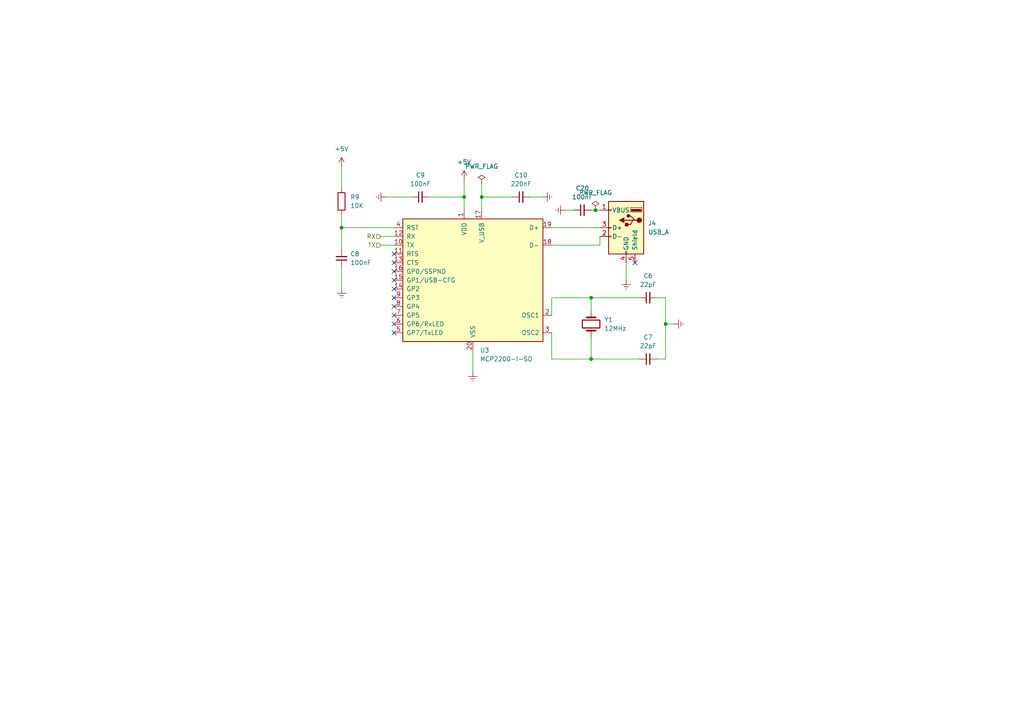
<source format=kicad_sch>
(kicad_sch (version 20211123) (generator eeschema)

  (uuid d5a9e2de-7c9d-46a0-af88-a4e4d7c48628)

  (paper "A4")

  (lib_symbols
    (symbol "Connector:USB_A" (pin_names (offset 1.016)) (in_bom yes) (on_board yes)
      (property "Reference" "J" (id 0) (at -5.08 11.43 0)
        (effects (font (size 1.27 1.27)) (justify left))
      )
      (property "Value" "USB_A" (id 1) (at -5.08 8.89 0)
        (effects (font (size 1.27 1.27)) (justify left))
      )
      (property "Footprint" "" (id 2) (at 3.81 -1.27 0)
        (effects (font (size 1.27 1.27)) hide)
      )
      (property "Datasheet" " ~" (id 3) (at 3.81 -1.27 0)
        (effects (font (size 1.27 1.27)) hide)
      )
      (property "ki_keywords" "connector USB" (id 4) (at 0 0 0)
        (effects (font (size 1.27 1.27)) hide)
      )
      (property "ki_description" "USB Type A connector" (id 5) (at 0 0 0)
        (effects (font (size 1.27 1.27)) hide)
      )
      (property "ki_fp_filters" "USB*" (id 6) (at 0 0 0)
        (effects (font (size 1.27 1.27)) hide)
      )
      (symbol "USB_A_0_1"
        (rectangle (start -5.08 -7.62) (end 5.08 7.62)
          (stroke (width 0.254) (type default) (color 0 0 0 0))
          (fill (type background))
        )
        (circle (center -3.81 2.159) (radius 0.635)
          (stroke (width 0.254) (type default) (color 0 0 0 0))
          (fill (type outline))
        )
        (rectangle (start -1.524 4.826) (end -4.318 5.334)
          (stroke (width 0) (type default) (color 0 0 0 0))
          (fill (type outline))
        )
        (rectangle (start -1.27 4.572) (end -4.572 5.842)
          (stroke (width 0) (type default) (color 0 0 0 0))
          (fill (type none))
        )
        (circle (center -0.635 3.429) (radius 0.381)
          (stroke (width 0.254) (type default) (color 0 0 0 0))
          (fill (type outline))
        )
        (rectangle (start -0.127 -7.62) (end 0.127 -6.858)
          (stroke (width 0) (type default) (color 0 0 0 0))
          (fill (type none))
        )
        (polyline
          (pts
            (xy -3.175 2.159)
            (xy -2.54 2.159)
            (xy -1.27 3.429)
            (xy -0.635 3.429)
          )
          (stroke (width 0.254) (type default) (color 0 0 0 0))
          (fill (type none))
        )
        (polyline
          (pts
            (xy -2.54 2.159)
            (xy -1.905 2.159)
            (xy -1.27 0.889)
            (xy 0 0.889)
          )
          (stroke (width 0.254) (type default) (color 0 0 0 0))
          (fill (type none))
        )
        (polyline
          (pts
            (xy 0.635 2.794)
            (xy 0.635 1.524)
            (xy 1.905 2.159)
            (xy 0.635 2.794)
          )
          (stroke (width 0.254) (type default) (color 0 0 0 0))
          (fill (type outline))
        )
        (rectangle (start 0.254 1.27) (end -0.508 0.508)
          (stroke (width 0.254) (type default) (color 0 0 0 0))
          (fill (type outline))
        )
        (rectangle (start 5.08 -2.667) (end 4.318 -2.413)
          (stroke (width 0) (type default) (color 0 0 0 0))
          (fill (type none))
        )
        (rectangle (start 5.08 -0.127) (end 4.318 0.127)
          (stroke (width 0) (type default) (color 0 0 0 0))
          (fill (type none))
        )
        (rectangle (start 5.08 4.953) (end 4.318 5.207)
          (stroke (width 0) (type default) (color 0 0 0 0))
          (fill (type none))
        )
      )
      (symbol "USB_A_1_1"
        (polyline
          (pts
            (xy -1.905 2.159)
            (xy 0.635 2.159)
          )
          (stroke (width 0.254) (type default) (color 0 0 0 0))
          (fill (type none))
        )
        (pin power_in line (at 7.62 5.08 180) (length 2.54)
          (name "VBUS" (effects (font (size 1.27 1.27))))
          (number "1" (effects (font (size 1.27 1.27))))
        )
        (pin bidirectional line (at 7.62 -2.54 180) (length 2.54)
          (name "D-" (effects (font (size 1.27 1.27))))
          (number "2" (effects (font (size 1.27 1.27))))
        )
        (pin bidirectional line (at 7.62 0 180) (length 2.54)
          (name "D+" (effects (font (size 1.27 1.27))))
          (number "3" (effects (font (size 1.27 1.27))))
        )
        (pin power_in line (at 0 -10.16 90) (length 2.54)
          (name "GND" (effects (font (size 1.27 1.27))))
          (number "4" (effects (font (size 1.27 1.27))))
        )
        (pin passive line (at -2.54 -10.16 90) (length 2.54)
          (name "Shield" (effects (font (size 1.27 1.27))))
          (number "5" (effects (font (size 1.27 1.27))))
        )
      )
    )
    (symbol "Device:C_Small" (pin_numbers hide) (pin_names (offset 0.254) hide) (in_bom yes) (on_board yes)
      (property "Reference" "C" (id 0) (at 0.254 1.778 0)
        (effects (font (size 1.27 1.27)) (justify left))
      )
      (property "Value" "C_Small" (id 1) (at 0.254 -2.032 0)
        (effects (font (size 1.27 1.27)) (justify left))
      )
      (property "Footprint" "" (id 2) (at 0 0 0)
        (effects (font (size 1.27 1.27)) hide)
      )
      (property "Datasheet" "~" (id 3) (at 0 0 0)
        (effects (font (size 1.27 1.27)) hide)
      )
      (property "ki_keywords" "capacitor cap" (id 4) (at 0 0 0)
        (effects (font (size 1.27 1.27)) hide)
      )
      (property "ki_description" "Unpolarized capacitor, small symbol" (id 5) (at 0 0 0)
        (effects (font (size 1.27 1.27)) hide)
      )
      (property "ki_fp_filters" "C_*" (id 6) (at 0 0 0)
        (effects (font (size 1.27 1.27)) hide)
      )
      (symbol "C_Small_0_1"
        (polyline
          (pts
            (xy -1.524 -0.508)
            (xy 1.524 -0.508)
          )
          (stroke (width 0.3302) (type default) (color 0 0 0 0))
          (fill (type none))
        )
        (polyline
          (pts
            (xy -1.524 0.508)
            (xy 1.524 0.508)
          )
          (stroke (width 0.3048) (type default) (color 0 0 0 0))
          (fill (type none))
        )
      )
      (symbol "C_Small_1_1"
        (pin passive line (at 0 2.54 270) (length 2.032)
          (name "~" (effects (font (size 1.27 1.27))))
          (number "1" (effects (font (size 1.27 1.27))))
        )
        (pin passive line (at 0 -2.54 90) (length 2.032)
          (name "~" (effects (font (size 1.27 1.27))))
          (number "2" (effects (font (size 1.27 1.27))))
        )
      )
    )
    (symbol "Device:Crystal" (pin_numbers hide) (pin_names (offset 1.016) hide) (in_bom yes) (on_board yes)
      (property "Reference" "Y" (id 0) (at 0 3.81 0)
        (effects (font (size 1.27 1.27)))
      )
      (property "Value" "Crystal" (id 1) (at 0 -3.81 0)
        (effects (font (size 1.27 1.27)))
      )
      (property "Footprint" "" (id 2) (at 0 0 0)
        (effects (font (size 1.27 1.27)) hide)
      )
      (property "Datasheet" "~" (id 3) (at 0 0 0)
        (effects (font (size 1.27 1.27)) hide)
      )
      (property "ki_keywords" "quartz ceramic resonator oscillator" (id 4) (at 0 0 0)
        (effects (font (size 1.27 1.27)) hide)
      )
      (property "ki_description" "Two pin crystal" (id 5) (at 0 0 0)
        (effects (font (size 1.27 1.27)) hide)
      )
      (property "ki_fp_filters" "Crystal*" (id 6) (at 0 0 0)
        (effects (font (size 1.27 1.27)) hide)
      )
      (symbol "Crystal_0_1"
        (rectangle (start -1.143 2.54) (end 1.143 -2.54)
          (stroke (width 0.3048) (type default) (color 0 0 0 0))
          (fill (type none))
        )
        (polyline
          (pts
            (xy -2.54 0)
            (xy -1.905 0)
          )
          (stroke (width 0) (type default) (color 0 0 0 0))
          (fill (type none))
        )
        (polyline
          (pts
            (xy -1.905 -1.27)
            (xy -1.905 1.27)
          )
          (stroke (width 0.508) (type default) (color 0 0 0 0))
          (fill (type none))
        )
        (polyline
          (pts
            (xy 1.905 -1.27)
            (xy 1.905 1.27)
          )
          (stroke (width 0.508) (type default) (color 0 0 0 0))
          (fill (type none))
        )
        (polyline
          (pts
            (xy 2.54 0)
            (xy 1.905 0)
          )
          (stroke (width 0) (type default) (color 0 0 0 0))
          (fill (type none))
        )
      )
      (symbol "Crystal_1_1"
        (pin passive line (at -3.81 0 0) (length 1.27)
          (name "1" (effects (font (size 1.27 1.27))))
          (number "1" (effects (font (size 1.27 1.27))))
        )
        (pin passive line (at 3.81 0 180) (length 1.27)
          (name "2" (effects (font (size 1.27 1.27))))
          (number "2" (effects (font (size 1.27 1.27))))
        )
      )
    )
    (symbol "Device:R" (pin_numbers hide) (pin_names (offset 0)) (in_bom yes) (on_board yes)
      (property "Reference" "R" (id 0) (at 2.032 0 90)
        (effects (font (size 1.27 1.27)))
      )
      (property "Value" "R" (id 1) (at 0 0 90)
        (effects (font (size 1.27 1.27)))
      )
      (property "Footprint" "" (id 2) (at -1.778 0 90)
        (effects (font (size 1.27 1.27)) hide)
      )
      (property "Datasheet" "~" (id 3) (at 0 0 0)
        (effects (font (size 1.27 1.27)) hide)
      )
      (property "ki_keywords" "R res resistor" (id 4) (at 0 0 0)
        (effects (font (size 1.27 1.27)) hide)
      )
      (property "ki_description" "Resistor" (id 5) (at 0 0 0)
        (effects (font (size 1.27 1.27)) hide)
      )
      (property "ki_fp_filters" "R_*" (id 6) (at 0 0 0)
        (effects (font (size 1.27 1.27)) hide)
      )
      (symbol "R_0_1"
        (rectangle (start -1.016 -2.54) (end 1.016 2.54)
          (stroke (width 0.254) (type default) (color 0 0 0 0))
          (fill (type none))
        )
      )
      (symbol "R_1_1"
        (pin passive line (at 0 3.81 270) (length 1.27)
          (name "~" (effects (font (size 1.27 1.27))))
          (number "1" (effects (font (size 1.27 1.27))))
        )
        (pin passive line (at 0 -3.81 90) (length 1.27)
          (name "~" (effects (font (size 1.27 1.27))))
          (number "2" (effects (font (size 1.27 1.27))))
        )
      )
    )
    (symbol "Interface_USB:MCP2200-I-SO" (pin_names (offset 1.016)) (in_bom yes) (on_board yes)
      (property "Reference" "U" (id 0) (at -20.32 -19.05 0)
        (effects (font (size 1.27 1.27)) (justify left))
      )
      (property "Value" "MCP2200-I-SO" (id 1) (at -20.32 19.05 0)
        (effects (font (size 1.27 1.27)) (justify left))
      )
      (property "Footprint" "Package_SO:SOIC-20W_7.5x12.8mm_P1.27mm" (id 2) (at 0 -29.21 0)
        (effects (font (size 1.27 1.27)) hide)
      )
      (property "Datasheet" "http://ww1.microchip.com/downloads/en/DeviceDoc/200022228D.pdf" (id 3) (at 0 -25.4 0)
        (effects (font (size 1.27 1.27)) hide)
      )
      (property "ki_keywords" "USB UART Converter" (id 4) (at 0 0 0)
        (effects (font (size 1.27 1.27)) hide)
      )
      (property "ki_description" "USB 2.0 to UART Protocol Converter with GPIO, SOIC-20" (id 5) (at 0 0 0)
        (effects (font (size 1.27 1.27)) hide)
      )
      (property "ki_fp_filters" "SOIC*20*7.5x12.8mm*P1.27mm*" (id 6) (at 0 0 0)
        (effects (font (size 1.27 1.27)) hide)
      )
      (symbol "MCP2200-I-SO_0_1"
        (rectangle (start -20.32 17.78) (end 20.32 -17.78)
          (stroke (width 0.254) (type default) (color 0 0 0 0))
          (fill (type background))
        )
      )
      (symbol "MCP2200-I-SO_1_1"
        (pin power_in line (at -2.54 20.32 270) (length 2.54)
          (name "VDD" (effects (font (size 1.27 1.27))))
          (number "1" (effects (font (size 1.27 1.27))))
        )
        (pin output line (at -22.86 10.16 0) (length 2.54)
          (name "TX" (effects (font (size 1.27 1.27))))
          (number "10" (effects (font (size 1.27 1.27))))
        )
        (pin output line (at -22.86 7.62 0) (length 2.54)
          (name "RTS" (effects (font (size 1.27 1.27))))
          (number "11" (effects (font (size 1.27 1.27))))
        )
        (pin input line (at -22.86 12.7 0) (length 2.54)
          (name "RX" (effects (font (size 1.27 1.27))))
          (number "12" (effects (font (size 1.27 1.27))))
        )
        (pin input line (at -22.86 5.08 0) (length 2.54)
          (name "CTS" (effects (font (size 1.27 1.27))))
          (number "13" (effects (font (size 1.27 1.27))))
        )
        (pin bidirectional line (at -22.86 -2.54 0) (length 2.54)
          (name "GP2" (effects (font (size 1.27 1.27))))
          (number "14" (effects (font (size 1.27 1.27))))
        )
        (pin bidirectional line (at -22.86 0 0) (length 2.54)
          (name "GP1/USB-CFG" (effects (font (size 1.27 1.27))))
          (number "15" (effects (font (size 1.27 1.27))))
        )
        (pin bidirectional line (at -22.86 2.54 0) (length 2.54)
          (name "GP0/SSPND" (effects (font (size 1.27 1.27))))
          (number "16" (effects (font (size 1.27 1.27))))
        )
        (pin power_in line (at 2.54 20.32 270) (length 2.54)
          (name "V_USB" (effects (font (size 1.27 1.27))))
          (number "17" (effects (font (size 1.27 1.27))))
        )
        (pin bidirectional line (at 22.86 10.16 180) (length 2.54)
          (name "D-" (effects (font (size 1.27 1.27))))
          (number "18" (effects (font (size 1.27 1.27))))
        )
        (pin bidirectional line (at 22.86 15.24 180) (length 2.54)
          (name "D+" (effects (font (size 1.27 1.27))))
          (number "19" (effects (font (size 1.27 1.27))))
        )
        (pin input line (at 22.86 -10.16 180) (length 2.54)
          (name "OSC1" (effects (font (size 1.27 1.27))))
          (number "2" (effects (font (size 1.27 1.27))))
        )
        (pin power_in line (at 0 -20.32 90) (length 2.54)
          (name "VSS" (effects (font (size 1.27 1.27))))
          (number "20" (effects (font (size 1.27 1.27))))
        )
        (pin output line (at 22.86 -15.24 180) (length 2.54)
          (name "OSC2" (effects (font (size 1.27 1.27))))
          (number "3" (effects (font (size 1.27 1.27))))
        )
        (pin input line (at -22.86 15.24 0) (length 2.54)
          (name "RST" (effects (font (size 1.27 1.27))))
          (number "4" (effects (font (size 1.27 1.27))))
        )
        (pin bidirectional line (at -22.86 -15.24 0) (length 2.54)
          (name "GP7/TxLED" (effects (font (size 1.27 1.27))))
          (number "5" (effects (font (size 1.27 1.27))))
        )
        (pin bidirectional line (at -22.86 -12.7 0) (length 2.54)
          (name "GP6/RxLED" (effects (font (size 1.27 1.27))))
          (number "6" (effects (font (size 1.27 1.27))))
        )
        (pin bidirectional line (at -22.86 -10.16 0) (length 2.54)
          (name "GP5" (effects (font (size 1.27 1.27))))
          (number "7" (effects (font (size 1.27 1.27))))
        )
        (pin bidirectional line (at -22.86 -7.62 0) (length 2.54)
          (name "GP4" (effects (font (size 1.27 1.27))))
          (number "8" (effects (font (size 1.27 1.27))))
        )
        (pin bidirectional line (at -22.86 -5.08 0) (length 2.54)
          (name "GP3" (effects (font (size 1.27 1.27))))
          (number "9" (effects (font (size 1.27 1.27))))
        )
      )
    )
    (symbol "power:+5V" (power) (pin_names (offset 0)) (in_bom yes) (on_board yes)
      (property "Reference" "#PWR" (id 0) (at 0 -3.81 0)
        (effects (font (size 1.27 1.27)) hide)
      )
      (property "Value" "+5V" (id 1) (at 0 3.556 0)
        (effects (font (size 1.27 1.27)))
      )
      (property "Footprint" "" (id 2) (at 0 0 0)
        (effects (font (size 1.27 1.27)) hide)
      )
      (property "Datasheet" "" (id 3) (at 0 0 0)
        (effects (font (size 1.27 1.27)) hide)
      )
      (property "ki_keywords" "power-flag" (id 4) (at 0 0 0)
        (effects (font (size 1.27 1.27)) hide)
      )
      (property "ki_description" "Power symbol creates a global label with name \"+5V\"" (id 5) (at 0 0 0)
        (effects (font (size 1.27 1.27)) hide)
      )
      (symbol "+5V_0_1"
        (polyline
          (pts
            (xy -0.762 1.27)
            (xy 0 2.54)
          )
          (stroke (width 0) (type default) (color 0 0 0 0))
          (fill (type none))
        )
        (polyline
          (pts
            (xy 0 0)
            (xy 0 2.54)
          )
          (stroke (width 0) (type default) (color 0 0 0 0))
          (fill (type none))
        )
        (polyline
          (pts
            (xy 0 2.54)
            (xy 0.762 1.27)
          )
          (stroke (width 0) (type default) (color 0 0 0 0))
          (fill (type none))
        )
      )
      (symbol "+5V_1_1"
        (pin power_in line (at 0 0 90) (length 0) hide
          (name "+5V" (effects (font (size 1.27 1.27))))
          (number "1" (effects (font (size 1.27 1.27))))
        )
      )
    )
    (symbol "power:Earth" (power) (pin_names (offset 0)) (in_bom yes) (on_board yes)
      (property "Reference" "#PWR" (id 0) (at 0 -6.35 0)
        (effects (font (size 1.27 1.27)) hide)
      )
      (property "Value" "Earth" (id 1) (at 0 -3.81 0)
        (effects (font (size 1.27 1.27)) hide)
      )
      (property "Footprint" "" (id 2) (at 0 0 0)
        (effects (font (size 1.27 1.27)) hide)
      )
      (property "Datasheet" "~" (id 3) (at 0 0 0)
        (effects (font (size 1.27 1.27)) hide)
      )
      (property "ki_keywords" "power-flag ground gnd" (id 4) (at 0 0 0)
        (effects (font (size 1.27 1.27)) hide)
      )
      (property "ki_description" "Power symbol creates a global label with name \"Earth\"" (id 5) (at 0 0 0)
        (effects (font (size 1.27 1.27)) hide)
      )
      (symbol "Earth_0_1"
        (polyline
          (pts
            (xy -0.635 -1.905)
            (xy 0.635 -1.905)
          )
          (stroke (width 0) (type default) (color 0 0 0 0))
          (fill (type none))
        )
        (polyline
          (pts
            (xy -0.127 -2.54)
            (xy 0.127 -2.54)
          )
          (stroke (width 0) (type default) (color 0 0 0 0))
          (fill (type none))
        )
        (polyline
          (pts
            (xy 0 -1.27)
            (xy 0 0)
          )
          (stroke (width 0) (type default) (color 0 0 0 0))
          (fill (type none))
        )
        (polyline
          (pts
            (xy 1.27 -1.27)
            (xy -1.27 -1.27)
          )
          (stroke (width 0) (type default) (color 0 0 0 0))
          (fill (type none))
        )
      )
      (symbol "Earth_1_1"
        (pin power_in line (at 0 0 270) (length 0) hide
          (name "Earth" (effects (font (size 1.27 1.27))))
          (number "1" (effects (font (size 1.27 1.27))))
        )
      )
    )
    (symbol "power:PWR_FLAG" (power) (pin_numbers hide) (pin_names (offset 0) hide) (in_bom yes) (on_board yes)
      (property "Reference" "#FLG" (id 0) (at 0 1.905 0)
        (effects (font (size 1.27 1.27)) hide)
      )
      (property "Value" "PWR_FLAG" (id 1) (at 0 3.81 0)
        (effects (font (size 1.27 1.27)))
      )
      (property "Footprint" "" (id 2) (at 0 0 0)
        (effects (font (size 1.27 1.27)) hide)
      )
      (property "Datasheet" "~" (id 3) (at 0 0 0)
        (effects (font (size 1.27 1.27)) hide)
      )
      (property "ki_keywords" "power-flag" (id 4) (at 0 0 0)
        (effects (font (size 1.27 1.27)) hide)
      )
      (property "ki_description" "Special symbol for telling ERC where power comes from" (id 5) (at 0 0 0)
        (effects (font (size 1.27 1.27)) hide)
      )
      (symbol "PWR_FLAG_0_0"
        (pin power_out line (at 0 0 90) (length 0)
          (name "pwr" (effects (font (size 1.27 1.27))))
          (number "1" (effects (font (size 1.27 1.27))))
        )
      )
      (symbol "PWR_FLAG_0_1"
        (polyline
          (pts
            (xy 0 0)
            (xy 0 1.27)
            (xy -1.016 1.905)
            (xy 0 2.54)
            (xy 1.016 1.905)
            (xy 0 1.27)
          )
          (stroke (width 0) (type default) (color 0 0 0 0))
          (fill (type none))
        )
      )
    )
  )

  (junction (at 171.45 104.14) (diameter 0) (color 0 0 0 0)
    (uuid 286d3a1a-2174-4a90-8bbe-13e60ecbf449)
  )
  (junction (at 172.72 60.96) (diameter 0) (color 0 0 0 0)
    (uuid 5abf4e6d-8901-4adc-bfd9-7f3295c3fad4)
  )
  (junction (at 139.7 57.15) (diameter 0) (color 0 0 0 0)
    (uuid 6800ef2a-0217-4297-a23f-0492c2918d8d)
  )
  (junction (at 134.62 57.15) (diameter 0) (color 0 0 0 0)
    (uuid 8349b189-9816-419f-b715-8df45d7c3624)
  )
  (junction (at 99.06 66.04) (diameter 0) (color 0 0 0 0)
    (uuid a8dcee50-8831-4eae-9cae-0d095920b539)
  )
  (junction (at 171.45 86.36) (diameter 0) (color 0 0 0 0)
    (uuid b102f83e-83e1-4b71-9253-0611f32440ec)
  )
  (junction (at 193.04 93.98) (diameter 0) (color 0 0 0 0)
    (uuid e6cec571-0f4d-4350-be88-bfafbd75987a)
  )

  (no_connect (at 184.15 76.2) (uuid 218bd650-8beb-4687-b0cf-81494c189f60))
  (no_connect (at 114.3 76.2) (uuid 3978ac56-e7a2-46c7-9220-4aa70e329b58))
  (no_connect (at 114.3 78.74) (uuid 3978ac56-e7a2-46c7-9220-4aa70e329b59))
  (no_connect (at 114.3 81.28) (uuid 3978ac56-e7a2-46c7-9220-4aa70e329b5a))
  (no_connect (at 114.3 83.82) (uuid 3978ac56-e7a2-46c7-9220-4aa70e329b5b))
  (no_connect (at 114.3 86.36) (uuid 3978ac56-e7a2-46c7-9220-4aa70e329b5c))
  (no_connect (at 114.3 73.66) (uuid 3978ac56-e7a2-46c7-9220-4aa70e329b5d))
  (no_connect (at 114.3 88.9) (uuid 3978ac56-e7a2-46c7-9220-4aa70e329b5e))
  (no_connect (at 114.3 91.44) (uuid 3978ac56-e7a2-46c7-9220-4aa70e329b5f))
  (no_connect (at 114.3 93.98) (uuid 3978ac56-e7a2-46c7-9220-4aa70e329b60))
  (no_connect (at 114.3 96.52) (uuid 3978ac56-e7a2-46c7-9220-4aa70e329b61))

  (wire (pts (xy 190.5 104.14) (xy 193.04 104.14))
    (stroke (width 0) (type default) (color 0 0 0 0))
    (uuid 0723c566-7b30-4860-a894-5f93d3b8f8ff)
  )
  (wire (pts (xy 160.02 104.14) (xy 171.45 104.14))
    (stroke (width 0) (type default) (color 0 0 0 0))
    (uuid 12d824cf-a37c-401f-a723-3edb09f1d894)
  )
  (wire (pts (xy 160.02 91.44) (xy 160.02 86.36))
    (stroke (width 0) (type default) (color 0 0 0 0))
    (uuid 136caaf6-8958-49a3-952c-fa825984452b)
  )
  (wire (pts (xy 134.62 52.07) (xy 134.62 57.15))
    (stroke (width 0) (type default) (color 0 0 0 0))
    (uuid 1ada12ed-bc40-4576-85ff-72c355c14109)
  )
  (wire (pts (xy 193.04 93.98) (xy 193.04 104.14))
    (stroke (width 0) (type default) (color 0 0 0 0))
    (uuid 2ac9da8c-1ce2-4fda-af85-1abe32d39fde)
  )
  (wire (pts (xy 173.99 68.58) (xy 173.99 71.12))
    (stroke (width 0) (type default) (color 0 0 0 0))
    (uuid 2c0a06e5-d17c-42ef-a8c2-263e923395e8)
  )
  (wire (pts (xy 110.49 71.12) (xy 114.3 71.12))
    (stroke (width 0) (type default) (color 0 0 0 0))
    (uuid 2ce218ab-1a4a-4dbf-b40e-c99f95513d7a)
  )
  (wire (pts (xy 181.61 76.2) (xy 181.61 81.28))
    (stroke (width 0) (type default) (color 0 0 0 0))
    (uuid 2df1b9ac-8334-4dfd-a72b-61229dab1af9)
  )
  (wire (pts (xy 193.04 93.98) (xy 195.58 93.98))
    (stroke (width 0) (type default) (color 0 0 0 0))
    (uuid 32cd9d5b-c527-4cda-90fb-7cf78fe604e7)
  )
  (wire (pts (xy 160.02 66.04) (xy 173.99 66.04))
    (stroke (width 0) (type default) (color 0 0 0 0))
    (uuid 46a2b71f-639b-4474-affd-9fcd894bbe4d)
  )
  (wire (pts (xy 111.76 57.15) (xy 119.38 57.15))
    (stroke (width 0) (type default) (color 0 0 0 0))
    (uuid 46a9586f-fcaf-4d52-991f-3782af57a34d)
  )
  (wire (pts (xy 139.7 57.15) (xy 148.59 57.15))
    (stroke (width 0) (type default) (color 0 0 0 0))
    (uuid 4e596efa-b40b-46cd-b3c1-194a9aee318b)
  )
  (wire (pts (xy 99.06 62.23) (xy 99.06 66.04))
    (stroke (width 0) (type default) (color 0 0 0 0))
    (uuid 51f50483-3f85-479e-897f-10ffe3fb8125)
  )
  (wire (pts (xy 171.45 60.96) (xy 172.72 60.96))
    (stroke (width 0) (type default) (color 0 0 0 0))
    (uuid 5619f808-0333-40cf-b4ec-f3a4ff626417)
  )
  (wire (pts (xy 124.46 57.15) (xy 134.62 57.15))
    (stroke (width 0) (type default) (color 0 0 0 0))
    (uuid 5cd5c8dc-612b-462c-a187-43bb8b980205)
  )
  (wire (pts (xy 110.49 68.58) (xy 114.3 68.58))
    (stroke (width 0) (type default) (color 0 0 0 0))
    (uuid 5e5821ec-aa3c-4f78-a6a5-a14402c16ec0)
  )
  (wire (pts (xy 193.04 86.36) (xy 193.04 93.98))
    (stroke (width 0) (type default) (color 0 0 0 0))
    (uuid 67aaeb67-50dc-4fde-bc83-5b27be75cc62)
  )
  (wire (pts (xy 173.99 71.12) (xy 160.02 71.12))
    (stroke (width 0) (type default) (color 0 0 0 0))
    (uuid 67f9effc-78e4-446f-bb67-462fe0034ad7)
  )
  (wire (pts (xy 139.7 60.96) (xy 139.7 57.15))
    (stroke (width 0) (type default) (color 0 0 0 0))
    (uuid 6d62965e-0242-4104-80b9-578dce7bc424)
  )
  (wire (pts (xy 99.06 48.26) (xy 99.06 54.61))
    (stroke (width 0) (type default) (color 0 0 0 0))
    (uuid 6e6a25e2-1b36-4c59-83fa-290f6cee77cd)
  )
  (wire (pts (xy 99.06 66.04) (xy 99.06 72.39))
    (stroke (width 0) (type default) (color 0 0 0 0))
    (uuid 71b348eb-5afe-46fa-803f-3f9473433bc3)
  )
  (wire (pts (xy 172.72 60.96) (xy 173.99 60.96))
    (stroke (width 0) (type default) (color 0 0 0 0))
    (uuid 78e19b11-8974-4b37-a1e5-ac6eac2c4849)
  )
  (wire (pts (xy 190.5 86.36) (xy 193.04 86.36))
    (stroke (width 0) (type default) (color 0 0 0 0))
    (uuid 8e4274e4-91a3-4218-a491-77951838cc87)
  )
  (wire (pts (xy 139.7 53.34) (xy 139.7 57.15))
    (stroke (width 0) (type default) (color 0 0 0 0))
    (uuid 9c8e9f9f-2ec2-4446-aee1-1b408204b2c5)
  )
  (wire (pts (xy 163.83 60.96) (xy 166.37 60.96))
    (stroke (width 0) (type default) (color 0 0 0 0))
    (uuid a1571e70-4f40-42be-abc6-29bf576f6746)
  )
  (wire (pts (xy 171.45 104.14) (xy 185.42 104.14))
    (stroke (width 0) (type default) (color 0 0 0 0))
    (uuid af2c130e-4c04-471e-92ef-44db2bccbbee)
  )
  (wire (pts (xy 134.62 60.96) (xy 134.62 57.15))
    (stroke (width 0) (type default) (color 0 0 0 0))
    (uuid b78a3527-26a0-4270-ac0a-b953b39037e1)
  )
  (wire (pts (xy 99.06 66.04) (xy 114.3 66.04))
    (stroke (width 0) (type default) (color 0 0 0 0))
    (uuid bed17953-3f9b-475f-9cee-df6d2678a27e)
  )
  (wire (pts (xy 160.02 86.36) (xy 171.45 86.36))
    (stroke (width 0) (type default) (color 0 0 0 0))
    (uuid c1343312-e4b0-4223-9b77-3cfde5c2e75f)
  )
  (wire (pts (xy 171.45 86.36) (xy 171.45 90.17))
    (stroke (width 0) (type default) (color 0 0 0 0))
    (uuid cfdad6f4-8bdc-47ba-941a-0e4e146e696e)
  )
  (wire (pts (xy 99.06 77.47) (xy 99.06 83.82))
    (stroke (width 0) (type default) (color 0 0 0 0))
    (uuid d1c096a6-42d4-49d1-8c2a-4161dff4c9e8)
  )
  (wire (pts (xy 137.16 101.6) (xy 137.16 107.95))
    (stroke (width 0) (type default) (color 0 0 0 0))
    (uuid d42576e2-d9ba-404a-b7cc-7bb4de6ba08e)
  )
  (wire (pts (xy 153.67 57.15) (xy 157.48 57.15))
    (stroke (width 0) (type default) (color 0 0 0 0))
    (uuid d8a614a7-d331-4699-bc67-fe05d0be8e0a)
  )
  (wire (pts (xy 160.02 96.52) (xy 160.02 104.14))
    (stroke (width 0) (type default) (color 0 0 0 0))
    (uuid eab2580c-a6b3-4fb2-9cff-7a709dfdff1c)
  )
  (wire (pts (xy 171.45 86.36) (xy 185.42 86.36))
    (stroke (width 0) (type default) (color 0 0 0 0))
    (uuid f81b7259-55e5-4882-8627-ab7864586adf)
  )
  (wire (pts (xy 171.45 97.79) (xy 171.45 104.14))
    (stroke (width 0) (type default) (color 0 0 0 0))
    (uuid fcc769f5-0a95-4d16-922b-a79e5651a7cd)
  )

  (hierarchical_label "RX" (shape input) (at 110.49 68.58 180)
    (effects (font (size 1.27 1.27)) (justify right))
    (uuid 3d356be7-d0ff-48ef-95ed-68fdce7be7ad)
  )
  (hierarchical_label "TX" (shape input) (at 110.49 71.12 180)
    (effects (font (size 1.27 1.27)) (justify right))
    (uuid ed0ab1d4-4fed-43be-af2a-85bf177afba5)
  )

  (symbol (lib_id "Interface_USB:MCP2200-I-SO") (at 137.16 81.28 0) (unit 1)
    (in_bom yes) (on_board yes) (fields_autoplaced)
    (uuid 00bda435-0eba-4e95-bebe-afe9bc359bfb)
    (property "Reference" "U3" (id 0) (at 139.1794 101.6 0)
      (effects (font (size 1.27 1.27)) (justify left))
    )
    (property "Value" "MCP2200-I-SO" (id 1) (at 139.1794 104.14 0)
      (effects (font (size 1.27 1.27)) (justify left))
    )
    (property "Footprint" "Package_SO:SOIC-20W_7.5x12.8mm_P1.27mm" (id 2) (at 137.16 110.49 0)
      (effects (font (size 1.27 1.27)) hide)
    )
    (property "Datasheet" "http://ww1.microchip.com/downloads/en/DeviceDoc/200022228D.pdf" (id 3) (at 137.16 106.68 0)
      (effects (font (size 1.27 1.27)) hide)
    )
    (pin "1" (uuid 382d3d68-f121-458e-a073-a65c62acd9ae))
    (pin "10" (uuid b3226ea6-3423-4308-90ad-d9ebe2611711))
    (pin "11" (uuid 94370a34-39f6-45a8-b45f-74cf9ac9479a))
    (pin "12" (uuid 4f30c97d-eb8d-4638-b387-98d52cd88fd7))
    (pin "13" (uuid cd131de6-3132-4421-83fd-8b452541ab34))
    (pin "14" (uuid 2035c3d2-2761-4a83-b578-3b4be9b4f3f9))
    (pin "15" (uuid b934ccc8-c971-411b-b46d-65e5a855c0eb))
    (pin "16" (uuid da8bd817-7183-4743-a47e-7ab1536235d2))
    (pin "17" (uuid 95d7b1d4-bc50-4e22-8c0e-20a684d3bd02))
    (pin "18" (uuid 7c6339fc-6c76-433e-896c-294d974e1b97))
    (pin "19" (uuid 70827339-72ef-49cc-a1ab-d14b13cc2a2d))
    (pin "2" (uuid be0f9679-1f78-48b6-b5e0-a6e3233daed9))
    (pin "20" (uuid 5833701a-1bb2-49fa-8b0c-5c7896172fa0))
    (pin "3" (uuid c902f6cf-48e8-49e9-846c-ed29e3358706))
    (pin "4" (uuid 6b43b5f4-5f70-46d9-9fea-1352f63b6a50))
    (pin "5" (uuid d30bf7a4-1f79-4ba9-9ce2-23cca528af97))
    (pin "6" (uuid d8356038-9680-42e7-a620-2b9dc7ff4349))
    (pin "7" (uuid 1676a244-934b-4707-ab7c-e533c330c47e))
    (pin "8" (uuid f1e4dbed-903c-4a6d-b31b-7fa36d1bd6bf))
    (pin "9" (uuid e11e950f-8289-4790-9128-eae6937ed91d))
  )

  (symbol (lib_id "Device:C_Small") (at 187.96 104.14 90) (unit 1)
    (in_bom yes) (on_board yes) (fields_autoplaced)
    (uuid 01fcc587-ce7f-46b1-bf1f-f058b655aa40)
    (property "Reference" "C7" (id 0) (at 187.9663 97.79 90))
    (property "Value" "22pF" (id 1) (at 187.9663 100.33 90))
    (property "Footprint" "Capacitor_SMD:C_0805_2012Metric" (id 2) (at 187.96 104.14 0)
      (effects (font (size 1.27 1.27)) hide)
    )
    (property "Datasheet" "~" (id 3) (at 187.96 104.14 0)
      (effects (font (size 1.27 1.27)) hide)
    )
    (pin "1" (uuid d9c30454-d71d-48b9-80dc-783d3ec53c46))
    (pin "2" (uuid 91bca55d-a420-4f35-a541-acc4964088cf))
  )

  (symbol (lib_id "power:PWR_FLAG") (at 139.7 53.34 0) (unit 1)
    (in_bom yes) (on_board yes) (fields_autoplaced)
    (uuid 087d3a89-9fb7-4411-8d6e-f401bce76779)
    (property "Reference" "#FLG0103" (id 0) (at 139.7 51.435 0)
      (effects (font (size 1.27 1.27)) hide)
    )
    (property "Value" "PWR_FLAG" (id 1) (at 139.7 48.26 0))
    (property "Footprint" "" (id 2) (at 139.7 53.34 0)
      (effects (font (size 1.27 1.27)) hide)
    )
    (property "Datasheet" "~" (id 3) (at 139.7 53.34 0)
      (effects (font (size 1.27 1.27)) hide)
    )
    (pin "1" (uuid e5a9112d-013b-4337-a750-7eb69387038c))
  )

  (symbol (lib_id "power:Earth") (at 163.83 60.96 270) (unit 1)
    (in_bom yes) (on_board yes) (fields_autoplaced)
    (uuid 0d2ef525-dac9-4d86-a492-132a6bcb3060)
    (property "Reference" "#PWR036" (id 0) (at 157.48 60.96 0)
      (effects (font (size 1.27 1.27)) hide)
    )
    (property "Value" "Earth" (id 1) (at 160.02 60.96 0)
      (effects (font (size 1.27 1.27)) hide)
    )
    (property "Footprint" "" (id 2) (at 163.83 60.96 0)
      (effects (font (size 1.27 1.27)) hide)
    )
    (property "Datasheet" "~" (id 3) (at 163.83 60.96 0)
      (effects (font (size 1.27 1.27)) hide)
    )
    (pin "1" (uuid 59adc3ab-ba5c-4023-87ec-1a2a6b137a0f))
  )

  (symbol (lib_id "power:+5V") (at 134.62 52.07 0) (unit 1)
    (in_bom yes) (on_board yes) (fields_autoplaced)
    (uuid 1c15ceb0-5130-4eae-ac29-730d0c00c44d)
    (property "Reference" "#PWR015" (id 0) (at 134.62 55.88 0)
      (effects (font (size 1.27 1.27)) hide)
    )
    (property "Value" "+5V" (id 1) (at 134.62 46.99 0))
    (property "Footprint" "" (id 2) (at 134.62 52.07 0)
      (effects (font (size 1.27 1.27)) hide)
    )
    (property "Datasheet" "" (id 3) (at 134.62 52.07 0)
      (effects (font (size 1.27 1.27)) hide)
    )
    (pin "1" (uuid ce6bbccc-c935-4907-9eab-8e8655c0e18e))
  )

  (symbol (lib_id "Device:C_Small") (at 187.96 86.36 90) (unit 1)
    (in_bom yes) (on_board yes) (fields_autoplaced)
    (uuid 20ba3221-2efd-4181-ae1d-43e6c02ea5dd)
    (property "Reference" "C6" (id 0) (at 187.9663 80.01 90))
    (property "Value" "22pF" (id 1) (at 187.9663 82.55 90))
    (property "Footprint" "Capacitor_SMD:C_0805_2012Metric" (id 2) (at 187.96 86.36 0)
      (effects (font (size 1.27 1.27)) hide)
    )
    (property "Datasheet" "~" (id 3) (at 187.96 86.36 0)
      (effects (font (size 1.27 1.27)) hide)
    )
    (pin "1" (uuid 002feaa6-27f0-4480-825e-577e43ba33ac))
    (pin "2" (uuid da96b4bc-00ef-4544-99a5-17663608b176))
  )

  (symbol (lib_id "Device:C_Small") (at 99.06 74.93 180) (unit 1)
    (in_bom yes) (on_board yes) (fields_autoplaced)
    (uuid 3f5a6243-f05b-4f83-af39-44231be7feee)
    (property "Reference" "C8" (id 0) (at 101.6 73.6535 0)
      (effects (font (size 1.27 1.27)) (justify right))
    )
    (property "Value" "100nF" (id 1) (at 101.6 76.1935 0)
      (effects (font (size 1.27 1.27)) (justify right))
    )
    (property "Footprint" "Capacitor_SMD:C_0805_2012Metric" (id 2) (at 99.06 74.93 0)
      (effects (font (size 1.27 1.27)) hide)
    )
    (property "Datasheet" "~" (id 3) (at 99.06 74.93 0)
      (effects (font (size 1.27 1.27)) hide)
    )
    (pin "1" (uuid 0ebaf6f0-6bca-48b0-83b3-38a76f98a406))
    (pin "2" (uuid 14feb9fe-c3a1-4d1e-bbd5-16015a024c30))
  )

  (symbol (lib_id "power:Earth") (at 157.48 57.15 90) (unit 1)
    (in_bom yes) (on_board yes) (fields_autoplaced)
    (uuid 4489e4c7-d7a2-4893-a6da-0f0439202af8)
    (property "Reference" "#PWR016" (id 0) (at 163.83 57.15 0)
      (effects (font (size 1.27 1.27)) hide)
    )
    (property "Value" "Earth" (id 1) (at 161.29 57.15 0)
      (effects (font (size 1.27 1.27)) hide)
    )
    (property "Footprint" "" (id 2) (at 157.48 57.15 0)
      (effects (font (size 1.27 1.27)) hide)
    )
    (property "Datasheet" "~" (id 3) (at 157.48 57.15 0)
      (effects (font (size 1.27 1.27)) hide)
    )
    (pin "1" (uuid afec05c7-5148-41ee-9fd8-18ce1183a28c))
  )

  (symbol (lib_id "Device:C_Small") (at 121.92 57.15 90) (unit 1)
    (in_bom yes) (on_board yes) (fields_autoplaced)
    (uuid 4ebc8cee-cb1b-48fc-be0b-4f48f1f91a6a)
    (property "Reference" "C9" (id 0) (at 121.9263 50.8 90))
    (property "Value" "100nF" (id 1) (at 121.9263 53.34 90))
    (property "Footprint" "Capacitor_SMD:C_0805_2012Metric" (id 2) (at 121.92 57.15 0)
      (effects (font (size 1.27 1.27)) hide)
    )
    (property "Datasheet" "~" (id 3) (at 121.92 57.15 0)
      (effects (font (size 1.27 1.27)) hide)
    )
    (pin "1" (uuid 65df5799-c794-40d3-99e8-e87d395ce4ca))
    (pin "2" (uuid 5f00a392-6b4e-43b8-86cb-9a438f16cbbd))
  )

  (symbol (lib_id "power:+5V") (at 99.06 48.26 0) (unit 1)
    (in_bom yes) (on_board yes) (fields_autoplaced)
    (uuid 75e79854-b8ef-4671-a7dc-9fe692595dec)
    (property "Reference" "#PWR012" (id 0) (at 99.06 52.07 0)
      (effects (font (size 1.27 1.27)) hide)
    )
    (property "Value" "+5V" (id 1) (at 99.06 43.18 0))
    (property "Footprint" "" (id 2) (at 99.06 48.26 0)
      (effects (font (size 1.27 1.27)) hide)
    )
    (property "Datasheet" "" (id 3) (at 99.06 48.26 0)
      (effects (font (size 1.27 1.27)) hide)
    )
    (pin "1" (uuid 1e3ccf32-7d99-475d-9786-5b5d7e473276))
  )

  (symbol (lib_id "Device:R") (at 99.06 58.42 0) (unit 1)
    (in_bom yes) (on_board yes) (fields_autoplaced)
    (uuid 876aba22-5aa9-4286-8430-3d2464d22bc3)
    (property "Reference" "R9" (id 0) (at 101.6 57.1499 0)
      (effects (font (size 1.27 1.27)) (justify left))
    )
    (property "Value" "10K" (id 1) (at 101.6 59.6899 0)
      (effects (font (size 1.27 1.27)) (justify left))
    )
    (property "Footprint" "Resistor_SMD:R_0805_2012Metric" (id 2) (at 97.282 58.42 90)
      (effects (font (size 1.27 1.27)) hide)
    )
    (property "Datasheet" "~" (id 3) (at 99.06 58.42 0)
      (effects (font (size 1.27 1.27)) hide)
    )
    (pin "1" (uuid 370ab822-4b9b-4270-9084-c2220e1444e3))
    (pin "2" (uuid d9683b0c-789d-47ab-890a-17318b23016d))
  )

  (symbol (lib_id "power:Earth") (at 111.76 57.15 270) (unit 1)
    (in_bom yes) (on_board yes) (fields_autoplaced)
    (uuid 897061cb-8d3e-4df9-912a-45fbdec9702f)
    (property "Reference" "#PWR014" (id 0) (at 105.41 57.15 0)
      (effects (font (size 1.27 1.27)) hide)
    )
    (property "Value" "Earth" (id 1) (at 107.95 57.15 0)
      (effects (font (size 1.27 1.27)) hide)
    )
    (property "Footprint" "" (id 2) (at 111.76 57.15 0)
      (effects (font (size 1.27 1.27)) hide)
    )
    (property "Datasheet" "~" (id 3) (at 111.76 57.15 0)
      (effects (font (size 1.27 1.27)) hide)
    )
    (pin "1" (uuid 6b4a8694-363f-4ea4-8741-61af6d0523dd))
  )

  (symbol (lib_id "Device:Crystal") (at 171.45 93.98 90) (unit 1)
    (in_bom yes) (on_board yes) (fields_autoplaced)
    (uuid a37babe2-2164-4378-9d3c-cf537ab3d50e)
    (property "Reference" "Y1" (id 0) (at 175.26 92.7099 90)
      (effects (font (size 1.27 1.27)) (justify right))
    )
    (property "Value" "12MHz" (id 1) (at 175.26 95.2499 90)
      (effects (font (size 1.27 1.27)) (justify right))
    )
    (property "Footprint" "Crystal:Crystal_HC49-4H_Vertical" (id 2) (at 171.45 93.98 0)
      (effects (font (size 1.27 1.27)) hide)
    )
    (property "Datasheet" "~" (id 3) (at 171.45 93.98 0)
      (effects (font (size 1.27 1.27)) hide)
    )
    (pin "1" (uuid 372ff716-0654-45dd-a71a-d9ca68359cc0))
    (pin "2" (uuid f9b0502e-78e9-4947-9ff0-6da1dac9364d))
  )

  (symbol (lib_id "power:Earth") (at 181.61 81.28 0) (unit 1)
    (in_bom yes) (on_board yes) (fields_autoplaced)
    (uuid ac3d7fe2-80d8-49d3-825a-5fa0e42fc258)
    (property "Reference" "#PWR017" (id 0) (at 181.61 87.63 0)
      (effects (font (size 1.27 1.27)) hide)
    )
    (property "Value" "Earth" (id 1) (at 181.61 85.09 0)
      (effects (font (size 1.27 1.27)) hide)
    )
    (property "Footprint" "" (id 2) (at 181.61 81.28 0)
      (effects (font (size 1.27 1.27)) hide)
    )
    (property "Datasheet" "~" (id 3) (at 181.61 81.28 0)
      (effects (font (size 1.27 1.27)) hide)
    )
    (pin "1" (uuid 30bc4e95-b34f-4b35-aead-9fd7b9b9bd90))
  )

  (symbol (lib_id "Device:C_Small") (at 168.91 60.96 90) (unit 1)
    (in_bom yes) (on_board yes) (fields_autoplaced)
    (uuid afcd91b3-4753-4f50-890c-aed354e976e6)
    (property "Reference" "C20" (id 0) (at 168.9163 54.61 90))
    (property "Value" "100nF" (id 1) (at 168.9163 57.15 90))
    (property "Footprint" "Capacitor_SMD:C_0805_2012Metric" (id 2) (at 168.91 60.96 0)
      (effects (font (size 1.27 1.27)) hide)
    )
    (property "Datasheet" "~" (id 3) (at 168.91 60.96 0)
      (effects (font (size 1.27 1.27)) hide)
    )
    (pin "1" (uuid 7ee5ea0c-defb-4d0b-bcbd-00ad41ed6f6f))
    (pin "2" (uuid 4c5d541c-ce39-4174-91d3-196fb89df6ca))
  )

  (symbol (lib_id "Device:C_Small") (at 151.13 57.15 90) (unit 1)
    (in_bom yes) (on_board yes) (fields_autoplaced)
    (uuid b3d1a917-8f41-4f6d-b60b-1799dca77fc9)
    (property "Reference" "C10" (id 0) (at 151.1363 50.8 90))
    (property "Value" "220nF" (id 1) (at 151.1363 53.34 90))
    (property "Footprint" "Capacitor_SMD:C_0805_2012Metric" (id 2) (at 151.13 57.15 0)
      (effects (font (size 1.27 1.27)) hide)
    )
    (property "Datasheet" "~" (id 3) (at 151.13 57.15 0)
      (effects (font (size 1.27 1.27)) hide)
    )
    (pin "1" (uuid 43cfcfad-10fc-426d-b1d5-57172e48a478))
    (pin "2" (uuid aa71be93-bf3c-4daf-9498-1c1575ca114f))
  )

  (symbol (lib_id "power:Earth") (at 195.58 93.98 90) (unit 1)
    (in_bom yes) (on_board yes) (fields_autoplaced)
    (uuid b9b4cd42-adda-4263-9fc8-d6f8e5ad9dfb)
    (property "Reference" "#PWR011" (id 0) (at 201.93 93.98 0)
      (effects (font (size 1.27 1.27)) hide)
    )
    (property "Value" "Earth" (id 1) (at 199.39 93.98 0)
      (effects (font (size 1.27 1.27)) hide)
    )
    (property "Footprint" "" (id 2) (at 195.58 93.98 0)
      (effects (font (size 1.27 1.27)) hide)
    )
    (property "Datasheet" "~" (id 3) (at 195.58 93.98 0)
      (effects (font (size 1.27 1.27)) hide)
    )
    (pin "1" (uuid 79257794-bdf9-44c5-899b-3ff3308b8904))
  )

  (symbol (lib_id "power:Earth") (at 99.06 83.82 0) (unit 1)
    (in_bom yes) (on_board yes) (fields_autoplaced)
    (uuid c22f5054-4395-444d-a5f6-aa9e3ecfa5e1)
    (property "Reference" "#PWR013" (id 0) (at 99.06 90.17 0)
      (effects (font (size 1.27 1.27)) hide)
    )
    (property "Value" "Earth" (id 1) (at 99.06 87.63 0)
      (effects (font (size 1.27 1.27)) hide)
    )
    (property "Footprint" "" (id 2) (at 99.06 83.82 0)
      (effects (font (size 1.27 1.27)) hide)
    )
    (property "Datasheet" "~" (id 3) (at 99.06 83.82 0)
      (effects (font (size 1.27 1.27)) hide)
    )
    (pin "1" (uuid 8cf5e0c3-f0ce-4e4c-a545-da21ae2f8e3f))
  )

  (symbol (lib_id "power:PWR_FLAG") (at 172.72 60.96 0) (unit 1)
    (in_bom yes) (on_board yes) (fields_autoplaced)
    (uuid c541e75e-63cc-41a5-885d-2ccf7dae000a)
    (property "Reference" "#FLG0104" (id 0) (at 172.72 59.055 0)
      (effects (font (size 1.27 1.27)) hide)
    )
    (property "Value" "PWR_FLAG" (id 1) (at 172.72 55.88 0))
    (property "Footprint" "" (id 2) (at 172.72 60.96 0)
      (effects (font (size 1.27 1.27)) hide)
    )
    (property "Datasheet" "~" (id 3) (at 172.72 60.96 0)
      (effects (font (size 1.27 1.27)) hide)
    )
    (pin "1" (uuid d0117b61-94cc-4b7d-a7d8-6339ab60ce1c))
  )

  (symbol (lib_id "Connector:USB_A") (at 181.61 66.04 0) (mirror y) (unit 1)
    (in_bom yes) (on_board yes) (fields_autoplaced)
    (uuid d6f5876e-78fd-41b1-b22b-c4f97a82fcb0)
    (property "Reference" "J4" (id 0) (at 187.96 64.7699 0)
      (effects (font (size 1.27 1.27)) (justify right))
    )
    (property "Value" "USB_A" (id 1) (at 187.96 67.3099 0)
      (effects (font (size 1.27 1.27)) (justify right))
    )
    (property "Footprint" "Connector_USB:USB_B_Lumberg_2411_02_Horizontal" (id 2) (at 177.8 67.31 0)
      (effects (font (size 1.27 1.27)) hide)
    )
    (property "Datasheet" " ~" (id 3) (at 177.8 67.31 0)
      (effects (font (size 1.27 1.27)) hide)
    )
    (pin "1" (uuid b47d8b03-4659-4531-81ad-75247f42f6ad))
    (pin "2" (uuid d9fc746b-b740-4c2d-95bf-a93b1f90e2f7))
    (pin "3" (uuid 5ab63f94-4a87-4032-9f23-563bc2a9ab4e))
    (pin "4" (uuid 5ac5c048-3395-4120-923d-801d9781dc72))
    (pin "5" (uuid c56de46e-bcc9-4b2f-ac13-5ebb0eb49677))
  )

  (symbol (lib_id "power:Earth") (at 137.16 107.95 0) (unit 1)
    (in_bom yes) (on_board yes) (fields_autoplaced)
    (uuid d934e46f-cb05-42b1-ac38-c3650c8c43f9)
    (property "Reference" "#PWR0113" (id 0) (at 137.16 114.3 0)
      (effects (font (size 1.27 1.27)) hide)
    )
    (property "Value" "Earth" (id 1) (at 137.16 111.76 0)
      (effects (font (size 1.27 1.27)) hide)
    )
    (property "Footprint" "" (id 2) (at 137.16 107.95 0)
      (effects (font (size 1.27 1.27)) hide)
    )
    (property "Datasheet" "~" (id 3) (at 137.16 107.95 0)
      (effects (font (size 1.27 1.27)) hide)
    )
    (pin "1" (uuid ada63e28-af4b-4a65-9f2c-af6dedb95698))
  )
)

</source>
